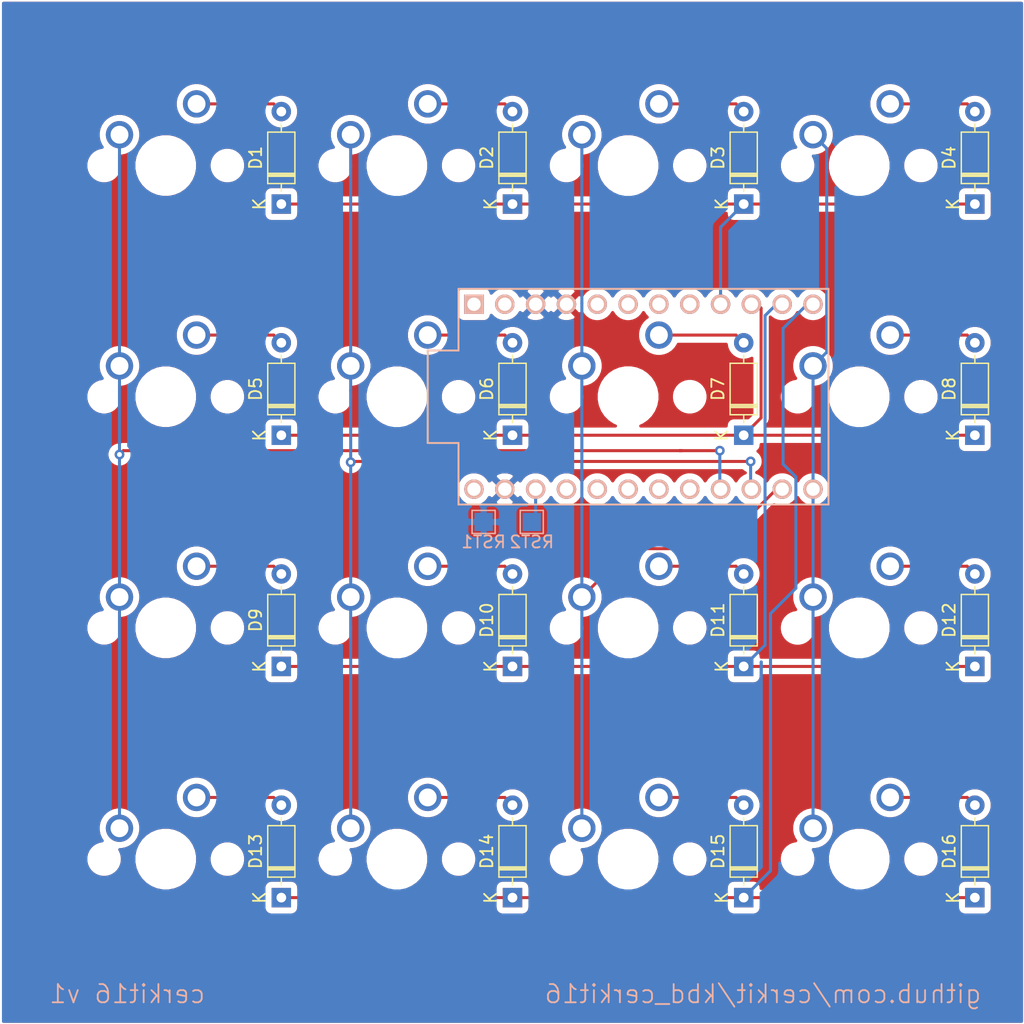
<source format=kicad_pcb>
(kicad_pcb (version 20171130) (host pcbnew "(5.1.6)-1")
  (layers (0 F.Cu signal) (31 B.Cu signal hide) (34 B.Paste user) (35 F.Paste user) (36 B.SilkS user) (37 F.SilkS user) (38 B.Mask user) (39 F.Mask user) (44 Edge.Cuts user))
  (net 0 "")
  (net 1 "Net-(D1-Pad2)")
  (net 2 ROW0)
  (net 3 "Net-(D2-Pad2)")
  (net 4 "Net-(D3-Pad2)")
  (net 5 "Net-(D4-Pad2)")
  (net 6 "Net-(D5-Pad2)")
  (net 7 ROW1)
  (net 8 "Net-(D6-Pad2)")
  (net 9 "Net-(D7-Pad2)")
  (net 10 "Net-(D8-Pad2)")
  (net 11 "Net-(D9-Pad2)")
  (net 12 ROW2)
  (net 13 "Net-(D10-Pad2)")
  (net 14 "Net-(D11-Pad2)")
  (net 15 "Net-(D12-Pad2)")
  (net 16 "Net-(D13-Pad2)")
  (net 17 ROW3)
  (net 18 "Net-(D14-Pad2)")
  (net 19 "Net-(D15-Pad2)")
  (net 20 "Net-(D16-Pad2)")
  (net 21 COL0)
  (net 22 COL1)
  (net 23 COL2)
  (net 24 COL3)
  (net 25 "Net-(U1-Pad20)")
  (net 26 "Net-(U1-Pad19)")
  (net 27 "Net-(U1-Pad18)")
  (net 28 "Net-(U1-Pad17)")
  (net 29 "Net-(U1-Pad8)")
  (net 30 "Net-(U1-Pad7)")
  (net 31 "Net-(U1-Pad6)")
  (net 32 "Net-(U1-Pad5)")
  (net 33 "Net-(U1-Pad2)")
  (net 34 "Net-(U1-Pad1)")
  (net 35 RAW)
  (net 36 GND)
  (net 37 RST)
  (net 38 VCC)
  (module MX_Only:MXOnly-1U-NoLED (layer F.Cu) (at 87.3125 79.375)
    (fp_text reference MX11)
    (fp_text value MX-NoLED)
    (pad 2 thru_hole circle (at 2.54 -5.08) (size 2.25 2.25) (drill 1.47) (layers *.Cu B.Mask) (net 14 "Net-(D11-Pad2)"))
    (pad "" np_thru_hole circle (at 0 0) (size 3.9878 3.9878) (drill 3.9878) (layers *.Cu *.Mask))
    (pad 1 thru_hole circle (at -3.81 -2.54) (size 2.25 2.25) (drill 1.47) (layers *.Cu B.Mask) (net 23 COL2))
    (pad "" np_thru_hole circle (at -5.08 0 48.0996) (size 1.75 1.75) (drill 1.75) (layers *.Cu *.Mask))
    (pad "" np_thru_hole circle (at 5.08 0 48.0996) (size 1.75 1.75) (drill 1.75) (layers *.Cu *.Mask))
  )
  (module TestPoint:TestPoint_Pad_1.5x1.5mm (layer B.Cu) (at 79.375 70.64375)
    (fp_text reference RST2 (at 0 1.648) (layer B.SilkS) (effects (justify mirror)))
    (fp_text value TestPoint_Small hide)
    (fp_line (start -0.95 -0.95) (end -0.95 0.95) (layer B.SilkS) (width 0.12))
    (fp_line (start 0.95 -0.95) (end -0.95 -0.95) (layer B.SilkS) (width 0.12))
    (fp_line (start 0.95 0.95) (end 0.95 -0.95) (layer B.SilkS) (width 0.12))
    (fp_line (start -0.95 0.95) (end 0.95 0.95) (layer B.SilkS) (width 0.12))
    (pad 1 smd rect (at 0 0) (size 1.5 1.5) (layers B.Cu B.Mask) (net 37 RST))
  )
  (module TestPoint:TestPoint_Pad_1.5x1.5mm (layer B.Cu) (at 75.40625 70.64375)
    (fp_text reference RST1 (at 0 1.648) (layer B.SilkS) (effects (justify mirror)))
    (fp_text value TestPoint_Small hide)
    (fp_line (start -0.95 -0.95) (end -0.95 0.95) (layer B.SilkS) (width 0.12))
    (fp_line (start 0.95 -0.95) (end -0.95 -0.95) (layer B.SilkS) (width 0.12))
    (fp_line (start 0.95 0.95) (end 0.95 -0.95) (layer B.SilkS) (width 0.12))
    (fp_line (start -0.95 0.95) (end 0.95 0.95) (layer B.SilkS) (width 0.12))
    (pad 1 smd rect (at 0 0) (size 1.5 1.5) (layers B.Cu B.Mask) (net 36 GND))
  )
  (module promicro:ProMicro (layer B.Cu) (at 88.5825 60.325)
    (fp_text reference U1 hide)
    (fp_text value ProMicro)
    (fp_line (start 15.24 8.89) (end 15.24 -8.89) (layer F.SilkS) (width 0.15))
    (fp_line (start 15.24 -8.89) (end -15.24 -8.89) (layer F.SilkS) (width 0.15))
    (fp_line (start -15.24 -8.89) (end -15.24 -3.81) (layer F.SilkS) (width 0.15))
    (fp_line (start -15.24 -3.81) (end -17.78 -3.81) (layer F.SilkS) (width 0.15))
    (fp_line (start -17.78 -3.81) (end -17.78 3.81) (layer F.SilkS) (width 0.15))
    (fp_line (start -17.78 3.81) (end -15.24 3.81) (layer F.SilkS) (width 0.15))
    (fp_line (start -15.24 3.81) (end -15.24 8.89) (layer F.SilkS) (width 0.15))
    (fp_line (start -15.24 8.89) (end 15.24 8.89) (layer F.SilkS) (width 0.15))
    (fp_line (start -15.24 -8.89) (end 15.24 -8.89) (layer B.SilkS) (width 0.15))
    (fp_line (start -15.24 -8.89) (end -15.24 -3.81) (layer B.SilkS) (width 0.15))
    (fp_line (start -15.24 -3.81) (end -17.78 -3.81) (layer B.SilkS) (width 0.15))
    (fp_line (start -17.78 -3.81) (end -17.78 3.81) (layer B.SilkS) (width 0.15))
    (fp_line (start -17.78 3.81) (end -15.24 3.81) (layer B.SilkS) (width 0.15))
    (fp_line (start -15.24 3.81) (end -15.24 8.89) (layer B.SilkS) (width 0.15))
    (fp_line (start -15.24 8.89) (end 15.24 8.89) (layer B.SilkS) (width 0.15))
    (fp_line (start 15.24 8.89) (end 15.24 -8.89) (layer B.SilkS) (width 0.15))
    (pad 24 thru_hole circle (at -13.97 7.62) (size 1.6 1.6) (drill 1.1) (layers *.Cu *.Mask B.SilkS) (net 35 RAW))
    (pad 23 thru_hole circle (at -11.43 7.62) (size 1.6 1.6) (drill 1.1) (layers *.Cu *.Mask B.SilkS) (net 36 GND))
    (pad 22 thru_hole circle (at -8.89 7.62) (size 1.6 1.6) (drill 1.1) (layers *.Cu *.Mask B.SilkS) (net 37 RST))
    (pad 21 thru_hole circle (at -6.35 7.62) (size 1.6 1.6) (drill 1.1) (layers *.Cu *.Mask B.SilkS) (net 38 VCC))
    (pad 20 thru_hole circle (at -3.81 7.62) (size 1.6 1.6) (drill 1.1) (layers *.Cu *.Mask B.SilkS) (net 25 "Net-(U1-Pad20)"))
    (pad 19 thru_hole circle (at -1.27 7.62) (size 1.6 1.6) (drill 1.1) (layers *.Cu *.Mask B.SilkS) (net 26 "Net-(U1-Pad19)"))
    (pad 18 thru_hole circle (at 1.27 7.62) (size 1.6 1.6) (drill 1.1) (layers *.Cu *.Mask B.SilkS) (net 27 "Net-(U1-Pad18)"))
    (pad 17 thru_hole circle (at 3.81 7.62) (size 1.6 1.6) (drill 1.1) (layers *.Cu *.Mask B.SilkS) (net 28 "Net-(U1-Pad17)"))
    (pad 16 thru_hole circle (at 6.35 7.62) (size 1.6 1.6) (drill 1.1) (layers *.Cu *.Mask B.SilkS) (net 21 COL0))
    (pad 15 thru_hole circle (at 8.89 7.62) (size 1.6 1.6) (drill 1.1) (layers *.Cu *.Mask B.SilkS) (net 22 COL1))
    (pad 14 thru_hole circle (at 11.43 7.62) (size 1.6 1.6) (drill 1.1) (layers *.Cu *.Mask B.SilkS) (net 23 COL2))
    (pad 13 thru_hole circle (at 13.97 7.62) (size 1.6 1.6) (drill 1.1) (layers *.Cu *.Mask B.SilkS) (net 24 COL3))
    (pad 12 thru_hole circle (at 13.97 -7.62) (size 1.6 1.6) (drill 1.1) (layers *.Cu *.Mask B.SilkS) (net 17 ROW3))
    (pad 11 thru_hole circle (at 11.43 -7.62) (size 1.6 1.6) (drill 1.1) (layers *.Cu *.Mask B.SilkS) (net 12 ROW2))
    (pad 10 thru_hole circle (at 8.89 -7.62) (size 1.6 1.6) (drill 1.1) (layers *.Cu *.Mask B.SilkS) (net 7 ROW1))
    (pad 9 thru_hole circle (at 6.35 -7.62) (size 1.6 1.6) (drill 1.1) (layers *.Cu *.Mask B.SilkS) (net 2 ROW0))
    (pad 8 thru_hole circle (at 3.81 -7.62) (size 1.6 1.6) (drill 1.1) (layers *.Cu *.Mask B.SilkS) (net 29 "Net-(U1-Pad8)"))
    (pad 7 thru_hole circle (at 1.27 -7.62) (size 1.6 1.6) (drill 1.1) (layers *.Cu *.Mask B.SilkS) (net 30 "Net-(U1-Pad7)"))
    (pad 6 thru_hole circle (at -1.27 -7.62) (size 1.6 1.6) (drill 1.1) (layers *.Cu *.Mask B.SilkS) (net 31 "Net-(U1-Pad6)"))
    (pad 5 thru_hole circle (at -3.81 -7.62) (size 1.6 1.6) (drill 1.1) (layers *.Cu *.Mask B.SilkS) (net 32 "Net-(U1-Pad5)"))
    (pad 4 thru_hole circle (at -6.35 -7.62) (size 1.6 1.6) (drill 1.1) (layers *.Cu *.Mask B.SilkS) (net 36 GND))
    (pad 3 thru_hole circle (at -8.89 -7.62) (size 1.6 1.6) (drill 1.1) (layers *.Cu *.Mask B.SilkS) (net 36 GND))
    (pad 2 thru_hole circle (at -11.43 -7.62) (size 1.6 1.6) (drill 1.1) (layers *.Cu *.Mask B.SilkS) (net 33 "Net-(U1-Pad2)"))
    (pad 1 thru_hole rect (at -13.97 -7.62) (size 1.6 1.6) (drill 1.1) (layers *.Cu *.Mask B.SilkS) (net 34 "Net-(U1-Pad1)"))
  )
  (module MX_Only:MXOnly-1U-NoLED (layer F.Cu) (at 106.3625 98.425)
    (fp_text reference MX16)
    (fp_text value MX-NoLED)
    (pad 2 thru_hole circle (at 2.54 -5.08) (size 2.25 2.25) (drill 1.47) (layers *.Cu B.Mask) (net 20 "Net-(D16-Pad2)"))
    (pad "" np_thru_hole circle (at 0 0) (size 3.9878 3.9878) (drill 3.9878) (layers *.Cu *.Mask))
    (pad 1 thru_hole circle (at -3.81 -2.54) (size 2.25 2.25) (drill 1.47) (layers *.Cu B.Mask) (net 24 COL3))
    (pad "" np_thru_hole circle (at -5.08 0 48.0996) (size 1.75 1.75) (drill 1.75) (layers *.Cu *.Mask))
    (pad "" np_thru_hole circle (at 5.08 0 48.0996) (size 1.75 1.75) (drill 1.75) (layers *.Cu *.Mask))
  )
  (module MX_Only:MXOnly-1U-NoLED (layer F.Cu) (at 87.3125 98.425)
    (fp_text reference MX15)
    (fp_text value MX-NoLED)
    (pad 2 thru_hole circle (at 2.54 -5.08) (size 2.25 2.25) (drill 1.47) (layers *.Cu B.Mask) (net 19 "Net-(D15-Pad2)"))
    (pad "" np_thru_hole circle (at 0 0) (size 3.9878 3.9878) (drill 3.9878) (layers *.Cu *.Mask))
    (pad 1 thru_hole circle (at -3.81 -2.54) (size 2.25 2.25) (drill 1.47) (layers *.Cu B.Mask) (net 23 COL2))
    (pad "" np_thru_hole circle (at -5.08 0 48.0996) (size 1.75 1.75) (drill 1.75) (layers *.Cu *.Mask))
    (pad "" np_thru_hole circle (at 5.08 0 48.0996) (size 1.75 1.75) (drill 1.75) (layers *.Cu *.Mask))
  )
  (module MX_Only:MXOnly-1U-NoLED (layer F.Cu) (at 68.2625 98.425)
    (fp_text reference MX14)
    (fp_text value MX-NoLED)
    (pad 2 thru_hole circle (at 2.54 -5.08) (size 2.25 2.25) (drill 1.47) (layers *.Cu B.Mask) (net 18 "Net-(D14-Pad2)"))
    (pad "" np_thru_hole circle (at 0 0) (size 3.9878 3.9878) (drill 3.9878) (layers *.Cu *.Mask))
    (pad 1 thru_hole circle (at -3.81 -2.54) (size 2.25 2.25) (drill 1.47) (layers *.Cu B.Mask) (net 22 COL1))
    (pad "" np_thru_hole circle (at -5.08 0 48.0996) (size 1.75 1.75) (drill 1.75) (layers *.Cu *.Mask))
    (pad "" np_thru_hole circle (at 5.08 0 48.0996) (size 1.75 1.75) (drill 1.75) (layers *.Cu *.Mask))
  )
  (module MX_Only:MXOnly-1U-NoLED (layer F.Cu) (at 49.2125 98.425)
    (fp_text reference MX13)
    (fp_text value MX-NoLED)
    (pad 2 thru_hole circle (at 2.54 -5.08) (size 2.25 2.25) (drill 1.47) (layers *.Cu B.Mask) (net 16 "Net-(D13-Pad2)"))
    (pad "" np_thru_hole circle (at 0 0) (size 3.9878 3.9878) (drill 3.9878) (layers *.Cu *.Mask))
    (pad 1 thru_hole circle (at -3.81 -2.54) (size 2.25 2.25) (drill 1.47) (layers *.Cu B.Mask) (net 21 COL0))
    (pad "" np_thru_hole circle (at -5.08 0 48.0996) (size 1.75 1.75) (drill 1.75) (layers *.Cu *.Mask))
    (pad "" np_thru_hole circle (at 5.08 0 48.0996) (size 1.75 1.75) (drill 1.75) (layers *.Cu *.Mask))
  )
  (module MX_Only:MXOnly-1U-NoLED (layer F.Cu) (at 106.3625 79.375)
    (fp_text reference MX12)
    (fp_text value MX-NoLED)
    (pad 2 thru_hole circle (at 2.54 -5.08) (size 2.25 2.25) (drill 1.47) (layers *.Cu B.Mask) (net 15 "Net-(D12-Pad2)"))
    (pad "" np_thru_hole circle (at 0 0) (size 3.9878 3.9878) (drill 3.9878) (layers *.Cu *.Mask))
    (pad 1 thru_hole circle (at -3.81 -2.54) (size 2.25 2.25) (drill 1.47) (layers *.Cu B.Mask) (net 24 COL3))
    (pad "" np_thru_hole circle (at -5.08 0 48.0996) (size 1.75 1.75) (drill 1.75) (layers *.Cu *.Mask))
    (pad "" np_thru_hole circle (at 5.08 0 48.0996) (size 1.75 1.75) (drill 1.75) (layers *.Cu *.Mask))
  )
  (module MX_Only:MXOnly-1U-NoLED (layer F.Cu) (at 68.2625 79.375)
    (fp_text reference MX10)
    (fp_text value MX-NoLED)
    (pad 2 thru_hole circle (at 2.54 -5.08) (size 2.25 2.25) (drill 1.47) (layers *.Cu B.Mask) (net 13 "Net-(D10-Pad2)"))
    (pad "" np_thru_hole circle (at 0 0) (size 3.9878 3.9878) (drill 3.9878) (layers *.Cu *.Mask))
    (pad 1 thru_hole circle (at -3.81 -2.54) (size 2.25 2.25) (drill 1.47) (layers *.Cu B.Mask) (net 22 COL1))
    (pad "" np_thru_hole circle (at -5.08 0 48.0996) (size 1.75 1.75) (drill 1.75) (layers *.Cu *.Mask))
    (pad "" np_thru_hole circle (at 5.08 0 48.0996) (size 1.75 1.75) (drill 1.75) (layers *.Cu *.Mask))
  )
  (module MX_Only:MXOnly-1U-NoLED (layer F.Cu) (at 49.2125 79.375)
    (fp_text reference MX9)
    (fp_text value MX-NoLED)
    (pad 2 thru_hole circle (at 2.54 -5.08) (size 2.25 2.25) (drill 1.47) (layers *.Cu B.Mask) (net 11 "Net-(D9-Pad2)"))
    (pad "" np_thru_hole circle (at 0 0) (size 3.9878 3.9878) (drill 3.9878) (layers *.Cu *.Mask))
    (pad 1 thru_hole circle (at -3.81 -2.54) (size 2.25 2.25) (drill 1.47) (layers *.Cu B.Mask) (net 21 COL0))
    (pad "" np_thru_hole circle (at -5.08 0 48.0996) (size 1.75 1.75) (drill 1.75) (layers *.Cu *.Mask))
    (pad "" np_thru_hole circle (at 5.08 0 48.0996) (size 1.75 1.75) (drill 1.75) (layers *.Cu *.Mask))
  )
  (module MX_Only:MXOnly-1U-NoLED (layer F.Cu) (at 106.3625 60.325)
    (fp_text reference MX8)
    (fp_text value MX-NoLED)
    (pad 2 thru_hole circle (at 2.54 -5.08) (size 2.25 2.25) (drill 1.47) (layers *.Cu B.Mask) (net 10 "Net-(D8-Pad2)"))
    (pad "" np_thru_hole circle (at 0 0) (size 3.9878 3.9878) (drill 3.9878) (layers *.Cu *.Mask))
    (pad 1 thru_hole circle (at -3.81 -2.54) (size 2.25 2.25) (drill 1.47) (layers *.Cu B.Mask) (net 24 COL3))
    (pad "" np_thru_hole circle (at -5.08 0 48.0996) (size 1.75 1.75) (drill 1.75) (layers *.Cu *.Mask))
    (pad "" np_thru_hole circle (at 5.08 0 48.0996) (size 1.75 1.75) (drill 1.75) (layers *.Cu *.Mask))
  )
  (module MX_Only:MXOnly-1U-NoLED (layer F.Cu) (at 87.3125 60.325)
    (fp_text reference MX7)
    (fp_text value MX-NoLED)
    (pad 2 thru_hole circle (at 2.54 -5.08) (size 2.25 2.25) (drill 1.47) (layers *.Cu B.Mask) (net 9 "Net-(D7-Pad2)"))
    (pad "" np_thru_hole circle (at 0 0) (size 3.9878 3.9878) (drill 3.9878) (layers *.Cu *.Mask))
    (pad 1 thru_hole circle (at -3.81 -2.54) (size 2.25 2.25) (drill 1.47) (layers *.Cu B.Mask) (net 23 COL2))
    (pad "" np_thru_hole circle (at -5.08 0 48.0996) (size 1.75 1.75) (drill 1.75) (layers *.Cu *.Mask))
    (pad "" np_thru_hole circle (at 5.08 0 48.0996) (size 1.75 1.75) (drill 1.75) (layers *.Cu *.Mask))
  )
  (module MX_Only:MXOnly-1U-NoLED (layer F.Cu) (at 68.2625 60.325)
    (fp_text reference MX6)
    (fp_text value MX-NoLED)
    (pad 2 thru_hole circle (at 2.54 -5.08) (size 2.25 2.25) (drill 1.47) (layers *.Cu B.Mask) (net 8 "Net-(D6-Pad2)"))
    (pad "" np_thru_hole circle (at 0 0) (size 3.9878 3.9878) (drill 3.9878) (layers *.Cu *.Mask))
    (pad 1 thru_hole circle (at -3.81 -2.54) (size 2.25 2.25) (drill 1.47) (layers *.Cu B.Mask) (net 22 COL1))
    (pad "" np_thru_hole circle (at -5.08 0 48.0996) (size 1.75 1.75) (drill 1.75) (layers *.Cu *.Mask))
    (pad "" np_thru_hole circle (at 5.08 0 48.0996) (size 1.75 1.75) (drill 1.75) (layers *.Cu *.Mask))
  )
  (module MX_Only:MXOnly-1U-NoLED (layer F.Cu) (at 49.2125 60.325)
    (fp_text reference MX5)
    (fp_text value MX-NoLED)
    (pad 2 thru_hole circle (at 2.54 -5.08) (size 2.25 2.25) (drill 1.47) (layers *.Cu B.Mask) (net 6 "Net-(D5-Pad2)"))
    (pad "" np_thru_hole circle (at 0 0) (size 3.9878 3.9878) (drill 3.9878) (layers *.Cu *.Mask))
    (pad 1 thru_hole circle (at -3.81 -2.54) (size 2.25 2.25) (drill 1.47) (layers *.Cu B.Mask) (net 21 COL0))
    (pad "" np_thru_hole circle (at -5.08 0 48.0996) (size 1.75 1.75) (drill 1.75) (layers *.Cu *.Mask))
    (pad "" np_thru_hole circle (at 5.08 0 48.0996) (size 1.75 1.75) (drill 1.75) (layers *.Cu *.Mask))
  )
  (module MX_Only:MXOnly-1U-NoLED (layer F.Cu) (at 106.3625 41.275)
    (fp_text reference MX4)
    (fp_text value MX-NoLED)
    (pad 2 thru_hole circle (at 2.54 -5.08) (size 2.25 2.25) (drill 1.47) (layers *.Cu B.Mask) (net 5 "Net-(D4-Pad2)"))
    (pad "" np_thru_hole circle (at 0 0) (size 3.9878 3.9878) (drill 3.9878) (layers *.Cu *.Mask))
    (pad 1 thru_hole circle (at -3.81 -2.54) (size 2.25 2.25) (drill 1.47) (layers *.Cu B.Mask) (net 24 COL3))
    (pad "" np_thru_hole circle (at -5.08 0 48.0996) (size 1.75 1.75) (drill 1.75) (layers *.Cu *.Mask))
    (pad "" np_thru_hole circle (at 5.08 0 48.0996) (size 1.75 1.75) (drill 1.75) (layers *.Cu *.Mask))
  )
  (module MX_Only:MXOnly-1U-NoLED (layer F.Cu) (at 87.3125 41.275)
    (fp_text reference MX3)
    (fp_text value MX-NoLED)
    (pad 2 thru_hole circle (at 2.54 -5.08) (size 2.25 2.25) (drill 1.47) (layers *.Cu B.Mask) (net 4 "Net-(D3-Pad2)"))
    (pad "" np_thru_hole circle (at 0 0) (size 3.9878 3.9878) (drill 3.9878) (layers *.Cu *.Mask))
    (pad 1 thru_hole circle (at -3.81 -2.54) (size 2.25 2.25) (drill 1.47) (layers *.Cu B.Mask) (net 23 COL2))
    (pad "" np_thru_hole circle (at -5.08 0 48.0996) (size 1.75 1.75) (drill 1.75) (layers *.Cu *.Mask))
    (pad "" np_thru_hole circle (at 5.08 0 48.0996) (size 1.75 1.75) (drill 1.75) (layers *.Cu *.Mask))
  )
  (module MX_Only:MXOnly-1U-NoLED (layer F.Cu) (at 68.2625 41.275)
    (fp_text reference MX2)
    (fp_text value MX-NoLED)
    (pad 2 thru_hole circle (at 2.54 -5.08) (size 2.25 2.25) (drill 1.47) (layers *.Cu B.Mask) (net 3 "Net-(D2-Pad2)"))
    (pad "" np_thru_hole circle (at 0 0) (size 3.9878 3.9878) (drill 3.9878) (layers *.Cu *.Mask))
    (pad 1 thru_hole circle (at -3.81 -2.54) (size 2.25 2.25) (drill 1.47) (layers *.Cu B.Mask) (net 22 COL1))
    (pad "" np_thru_hole circle (at -5.08 0 48.0996) (size 1.75 1.75) (drill 1.75) (layers *.Cu *.Mask))
    (pad "" np_thru_hole circle (at 5.08 0 48.0996) (size 1.75 1.75) (drill 1.75) (layers *.Cu *.Mask))
  )
  (module MX_Only:MXOnly-1U-NoLED (layer F.Cu) (at 49.2125 41.275)
    (fp_text reference MX1)
    (fp_text value MX-NoLED)
    (pad 2 thru_hole circle (at 2.54 -5.08) (size 2.25 2.25) (drill 1.47) (layers *.Cu B.Mask) (net 1 "Net-(D1-Pad2)"))
    (pad "" np_thru_hole circle (at 0 0) (size 3.9878 3.9878) (drill 3.9878) (layers *.Cu *.Mask))
    (pad 1 thru_hole circle (at -3.81 -2.54) (size 2.25 2.25) (drill 1.47) (layers *.Cu B.Mask) (net 21 COL0))
    (pad "" np_thru_hole circle (at -5.08 0 48.0996) (size 1.75 1.75) (drill 1.75) (layers *.Cu *.Mask))
    (pad "" np_thru_hole circle (at 5.08 0 48.0996) (size 1.75 1.75) (drill 1.75) (layers *.Cu *.Mask))
  )
  (module Diode_THT:D_DO-35_SOD27_P7.62mm_Horizontal (layer F.Cu) (at 115.8875 101.6 90)
    (fp_text reference D16 (at 3.81 -2.12 90) (layer F.SilkS))
    (fp_text value 1N4148)
    (fp_line (start 1.69 -1.12) (end 1.69 1.12) (layer F.SilkS) (width 0.12))
    (fp_line (start 1.69 1.12) (end 5.93 1.12) (layer F.SilkS) (width 0.12))
    (fp_line (start 5.93 1.12) (end 5.93 -1.12) (layer F.SilkS) (width 0.12))
    (fp_line (start 5.93 -1.12) (end 1.69 -1.12) (layer F.SilkS) (width 0.12))
    (fp_line (start 1.04 0) (end 1.69 0) (layer F.SilkS) (width 0.12))
    (fp_line (start 6.58 0) (end 5.93 0) (layer F.SilkS) (width 0.12))
    (fp_line (start 2.41 -1.12) (end 2.41 1.12) (layer F.SilkS) (width 0.12))
    (fp_line (start 2.53 -1.12) (end 2.53 1.12) (layer F.SilkS) (width 0.12))
    (fp_line (start 2.29 -1.12) (end 2.29 1.12) (layer F.SilkS) (width 0.12))
    (fp_text user K (at 0 -1.8 90) (layer F.SilkS))
    (pad 2 thru_hole oval (at 7.62 0 90) (size 1.6 1.6) (drill 0.8) (layers *.Cu *.Mask) (net 20 "Net-(D16-Pad2)"))
    (pad 1 thru_hole rect (at 0 0 90) (size 1.6 1.6) (drill 0.8) (layers *.Cu *.Mask) (net 17 ROW3))
  )
  (module Diode_THT:D_DO-35_SOD27_P7.62mm_Horizontal (layer F.Cu) (at 96.8375 101.6 90)
    (fp_text reference D15 (at 3.81 -2.12 90) (layer F.SilkS))
    (fp_text value 1N4148)
    (fp_line (start 1.69 -1.12) (end 1.69 1.12) (layer F.SilkS) (width 0.12))
    (fp_line (start 1.69 1.12) (end 5.93 1.12) (layer F.SilkS) (width 0.12))
    (fp_line (start 5.93 1.12) (end 5.93 -1.12) (layer F.SilkS) (width 0.12))
    (fp_line (start 5.93 -1.12) (end 1.69 -1.12) (layer F.SilkS) (width 0.12))
    (fp_line (start 1.04 0) (end 1.69 0) (layer F.SilkS) (width 0.12))
    (fp_line (start 6.58 0) (end 5.93 0) (layer F.SilkS) (width 0.12))
    (fp_line (start 2.41 -1.12) (end 2.41 1.12) (layer F.SilkS) (width 0.12))
    (fp_line (start 2.53 -1.12) (end 2.53 1.12) (layer F.SilkS) (width 0.12))
    (fp_line (start 2.29 -1.12) (end 2.29 1.12) (layer F.SilkS) (width 0.12))
    (fp_text user K (at 0 -1.8 90) (layer F.SilkS))
    (pad 2 thru_hole oval (at 7.62 0 90) (size 1.6 1.6) (drill 0.8) (layers *.Cu *.Mask) (net 19 "Net-(D15-Pad2)"))
    (pad 1 thru_hole rect (at 0 0 90) (size 1.6 1.6) (drill 0.8) (layers *.Cu *.Mask) (net 17 ROW3))
  )
  (module Diode_THT:D_DO-35_SOD27_P7.62mm_Horizontal (layer F.Cu) (at 77.7875 101.6 90)
    (fp_text reference D14 (at 3.81 -2.12 90) (layer F.SilkS))
    (fp_text value 1N4148)
    (fp_line (start 1.69 -1.12) (end 1.69 1.12) (layer F.SilkS) (width 0.12))
    (fp_line (start 1.69 1.12) (end 5.93 1.12) (layer F.SilkS) (width 0.12))
    (fp_line (start 5.93 1.12) (end 5.93 -1.12) (layer F.SilkS) (width 0.12))
    (fp_line (start 5.93 -1.12) (end 1.69 -1.12) (layer F.SilkS) (width 0.12))
    (fp_line (start 1.04 0) (end 1.69 0) (layer F.SilkS) (width 0.12))
    (fp_line (start 6.58 0) (end 5.93 0) (layer F.SilkS) (width 0.12))
    (fp_line (start 2.41 -1.12) (end 2.41 1.12) (layer F.SilkS) (width 0.12))
    (fp_line (start 2.53 -1.12) (end 2.53 1.12) (layer F.SilkS) (width 0.12))
    (fp_line (start 2.29 -1.12) (end 2.29 1.12) (layer F.SilkS) (width 0.12))
    (fp_text user K (at 0 -1.8 90) (layer F.SilkS))
    (pad 2 thru_hole oval (at 7.62 0 90) (size 1.6 1.6) (drill 0.8) (layers *.Cu *.Mask) (net 18 "Net-(D14-Pad2)"))
    (pad 1 thru_hole rect (at 0 0 90) (size 1.6 1.6) (drill 0.8) (layers *.Cu *.Mask) (net 17 ROW3))
  )
  (module Diode_THT:D_DO-35_SOD27_P7.62mm_Horizontal (layer F.Cu) (at 58.7375 101.6 90)
    (fp_text reference D13 (at 3.81 -2.12 90) (layer F.SilkS))
    (fp_text value 1N4148)
    (fp_line (start 1.69 -1.12) (end 1.69 1.12) (layer F.SilkS) (width 0.12))
    (fp_line (start 1.69 1.12) (end 5.93 1.12) (layer F.SilkS) (width 0.12))
    (fp_line (start 5.93 1.12) (end 5.93 -1.12) (layer F.SilkS) (width 0.12))
    (fp_line (start 5.93 -1.12) (end 1.69 -1.12) (layer F.SilkS) (width 0.12))
    (fp_line (start 1.04 0) (end 1.69 0) (layer F.SilkS) (width 0.12))
    (fp_line (start 6.58 0) (end 5.93 0) (layer F.SilkS) (width 0.12))
    (fp_line (start 2.41 -1.12) (end 2.41 1.12) (layer F.SilkS) (width 0.12))
    (fp_line (start 2.53 -1.12) (end 2.53 1.12) (layer F.SilkS) (width 0.12))
    (fp_line (start 2.29 -1.12) (end 2.29 1.12) (layer F.SilkS) (width 0.12))
    (fp_text user K (at 0 -1.8 90) (layer F.SilkS))
    (pad 2 thru_hole oval (at 7.62 0 90) (size 1.6 1.6) (drill 0.8) (layers *.Cu *.Mask) (net 16 "Net-(D13-Pad2)"))
    (pad 1 thru_hole rect (at 0 0 90) (size 1.6 1.6) (drill 0.8) (layers *.Cu *.Mask) (net 17 ROW3))
  )
  (module Diode_THT:D_DO-35_SOD27_P7.62mm_Horizontal (layer F.Cu) (at 115.8875 82.55 90)
    (fp_text reference D12 (at 3.81 -2.12 90) (layer F.SilkS))
    (fp_text value 1N4148)
    (fp_line (start 1.69 -1.12) (end 1.69 1.12) (layer F.SilkS) (width 0.12))
    (fp_line (start 1.69 1.12) (end 5.93 1.12) (layer F.SilkS) (width 0.12))
    (fp_line (start 5.93 1.12) (end 5.93 -1.12) (layer F.SilkS) (width 0.12))
    (fp_line (start 5.93 -1.12) (end 1.69 -1.12) (layer F.SilkS) (width 0.12))
    (fp_line (start 1.04 0) (end 1.69 0) (layer F.SilkS) (width 0.12))
    (fp_line (start 6.58 0) (end 5.93 0) (layer F.SilkS) (width 0.12))
    (fp_line (start 2.41 -1.12) (end 2.41 1.12) (layer F.SilkS) (width 0.12))
    (fp_line (start 2.53 -1.12) (end 2.53 1.12) (layer F.SilkS) (width 0.12))
    (fp_line (start 2.29 -1.12) (end 2.29 1.12) (layer F.SilkS) (width 0.12))
    (fp_text user K (at 0 -1.8 90) (layer F.SilkS))
    (pad 2 thru_hole oval (at 7.62 0 90) (size 1.6 1.6) (drill 0.8) (layers *.Cu *.Mask) (net 15 "Net-(D12-Pad2)"))
    (pad 1 thru_hole rect (at 0 0 90) (size 1.6 1.6) (drill 0.8) (layers *.Cu *.Mask) (net 12 ROW2))
  )
  (module Diode_THT:D_DO-35_SOD27_P7.62mm_Horizontal (layer F.Cu) (at 96.8375 82.55 90)
    (fp_text reference D11 (at 3.81 -2.12 90) (layer F.SilkS))
    (fp_text value 1N4148)
    (fp_line (start 1.69 -1.12) (end 1.69 1.12) (layer F.SilkS) (width 0.12))
    (fp_line (start 1.69 1.12) (end 5.93 1.12) (layer F.SilkS) (width 0.12))
    (fp_line (start 5.93 1.12) (end 5.93 -1.12) (layer F.SilkS) (width 0.12))
    (fp_line (start 5.93 -1.12) (end 1.69 -1.12) (layer F.SilkS) (width 0.12))
    (fp_line (start 1.04 0) (end 1.69 0) (layer F.SilkS) (width 0.12))
    (fp_line (start 6.58 0) (end 5.93 0) (layer F.SilkS) (width 0.12))
    (fp_line (start 2.41 -1.12) (end 2.41 1.12) (layer F.SilkS) (width 0.12))
    (fp_line (start 2.53 -1.12) (end 2.53 1.12) (layer F.SilkS) (width 0.12))
    (fp_line (start 2.29 -1.12) (end 2.29 1.12) (layer F.SilkS) (width 0.12))
    (fp_text user K (at 0 -1.8 90) (layer F.SilkS))
    (pad 2 thru_hole oval (at 7.62 0 90) (size 1.6 1.6) (drill 0.8) (layers *.Cu *.Mask) (net 14 "Net-(D11-Pad2)"))
    (pad 1 thru_hole rect (at 0 0 90) (size 1.6 1.6) (drill 0.8) (layers *.Cu *.Mask) (net 12 ROW2))
  )
  (module Diode_THT:D_DO-35_SOD27_P7.62mm_Horizontal (layer F.Cu) (at 77.7875 82.55 90)
    (fp_text reference D10 (at 3.81 -2.12 90) (layer F.SilkS))
    (fp_text value 1N4148)
    (fp_line (start 1.69 -1.12) (end 1.69 1.12) (layer F.SilkS) (width 0.12))
    (fp_line (start 1.69 1.12) (end 5.93 1.12) (layer F.SilkS) (width 0.12))
    (fp_line (start 5.93 1.12) (end 5.93 -1.12) (layer F.SilkS) (width 0.12))
    (fp_line (start 5.93 -1.12) (end 1.69 -1.12) (layer F.SilkS) (width 0.12))
    (fp_line (start 1.04 0) (end 1.69 0) (layer F.SilkS) (width 0.12))
    (fp_line (start 6.58 0) (end 5.93 0) (layer F.SilkS) (width 0.12))
    (fp_line (start 2.41 -1.12) (end 2.41 1.12) (layer F.SilkS) (width 0.12))
    (fp_line (start 2.53 -1.12) (end 2.53 1.12) (layer F.SilkS) (width 0.12))
    (fp_line (start 2.29 -1.12) (end 2.29 1.12) (layer F.SilkS) (width 0.12))
    (fp_text user K (at 0 -1.8 90) (layer F.SilkS))
    (pad 2 thru_hole oval (at 7.62 0 90) (size 1.6 1.6) (drill 0.8) (layers *.Cu *.Mask) (net 13 "Net-(D10-Pad2)"))
    (pad 1 thru_hole rect (at 0 0 90) (size 1.6 1.6) (drill 0.8) (layers *.Cu *.Mask) (net 12 ROW2))
  )
  (module Diode_THT:D_DO-35_SOD27_P7.62mm_Horizontal (layer F.Cu) (at 58.7375 82.55 90)
    (fp_text reference D9 (at 3.81 -2.12 90) (layer F.SilkS))
    (fp_text value 1N4148)
    (fp_line (start 1.69 -1.12) (end 1.69 1.12) (layer F.SilkS) (width 0.12))
    (fp_line (start 1.69 1.12) (end 5.93 1.12) (layer F.SilkS) (width 0.12))
    (fp_line (start 5.93 1.12) (end 5.93 -1.12) (layer F.SilkS) (width 0.12))
    (fp_line (start 5.93 -1.12) (end 1.69 -1.12) (layer F.SilkS) (width 0.12))
    (fp_line (start 1.04 0) (end 1.69 0) (layer F.SilkS) (width 0.12))
    (fp_line (start 6.58 0) (end 5.93 0) (layer F.SilkS) (width 0.12))
    (fp_line (start 2.41 -1.12) (end 2.41 1.12) (layer F.SilkS) (width 0.12))
    (fp_line (start 2.53 -1.12) (end 2.53 1.12) (layer F.SilkS) (width 0.12))
    (fp_line (start 2.29 -1.12) (end 2.29 1.12) (layer F.SilkS) (width 0.12))
    (fp_text user K (at 0 -1.8 90) (layer F.SilkS))
    (pad 2 thru_hole oval (at 7.62 0 90) (size 1.6 1.6) (drill 0.8) (layers *.Cu *.Mask) (net 11 "Net-(D9-Pad2)"))
    (pad 1 thru_hole rect (at 0 0 90) (size 1.6 1.6) (drill 0.8) (layers *.Cu *.Mask) (net 12 ROW2))
  )
  (module Diode_THT:D_DO-35_SOD27_P7.62mm_Horizontal (layer F.Cu) (at 115.8875 63.5 90)
    (fp_text reference D8 (at 3.81 -2.12 90) (layer F.SilkS))
    (fp_text value 1N4148)
    (fp_line (start 1.69 -1.12) (end 1.69 1.12) (layer F.SilkS) (width 0.12))
    (fp_line (start 1.69 1.12) (end 5.93 1.12) (layer F.SilkS) (width 0.12))
    (fp_line (start 5.93 1.12) (end 5.93 -1.12) (layer F.SilkS) (width 0.12))
    (fp_line (start 5.93 -1.12) (end 1.69 -1.12) (layer F.SilkS) (width 0.12))
    (fp_line (start 1.04 0) (end 1.69 0) (layer F.SilkS) (width 0.12))
    (fp_line (start 6.58 0) (end 5.93 0) (layer F.SilkS) (width 0.12))
    (fp_line (start 2.41 -1.12) (end 2.41 1.12) (layer F.SilkS) (width 0.12))
    (fp_line (start 2.53 -1.12) (end 2.53 1.12) (layer F.SilkS) (width 0.12))
    (fp_line (start 2.29 -1.12) (end 2.29 1.12) (layer F.SilkS) (width 0.12))
    (fp_text user K (at 0 -1.8 90) (layer F.SilkS))
    (pad 2 thru_hole oval (at 7.62 0 90) (size 1.6 1.6) (drill 0.8) (layers *.Cu *.Mask) (net 10 "Net-(D8-Pad2)"))
    (pad 1 thru_hole rect (at 0 0 90) (size 1.6 1.6) (drill 0.8) (layers *.Cu *.Mask) (net 7 ROW1))
  )
  (module Diode_THT:D_DO-35_SOD27_P7.62mm_Horizontal (layer F.Cu) (at 96.8375 63.5 90)
    (fp_text reference D7 (at 3.81 -2.12 90) (layer F.SilkS))
    (fp_text value 1N4148)
    (fp_line (start 1.69 -1.12) (end 1.69 1.12) (layer F.SilkS) (width 0.12))
    (fp_line (start 1.69 1.12) (end 5.93 1.12) (layer F.SilkS) (width 0.12))
    (fp_line (start 5.93 1.12) (end 5.93 -1.12) (layer F.SilkS) (width 0.12))
    (fp_line (start 5.93 -1.12) (end 1.69 -1.12) (layer F.SilkS) (width 0.12))
    (fp_line (start 1.04 0) (end 1.69 0) (layer F.SilkS) (width 0.12))
    (fp_line (start 6.58 0) (end 5.93 0) (layer F.SilkS) (width 0.12))
    (fp_line (start 2.41 -1.12) (end 2.41 1.12) (layer F.SilkS) (width 0.12))
    (fp_line (start 2.53 -1.12) (end 2.53 1.12) (layer F.SilkS) (width 0.12))
    (fp_line (start 2.29 -1.12) (end 2.29 1.12) (layer F.SilkS) (width 0.12))
    (fp_text user K (at 0 -1.8 90) (layer F.SilkS))
    (pad 2 thru_hole oval (at 7.62 0 90) (size 1.6 1.6) (drill 0.8) (layers *.Cu *.Mask) (net 9 "Net-(D7-Pad2)"))
    (pad 1 thru_hole rect (at 0 0 90) (size 1.6 1.6) (drill 0.8) (layers *.Cu *.Mask) (net 7 ROW1))
  )
  (module Diode_THT:D_DO-35_SOD27_P7.62mm_Horizontal (layer F.Cu) (at 77.7875 63.5 90)
    (fp_text reference D6 (at 3.81 -2.12 90) (layer F.SilkS))
    (fp_text value 1N4148)
    (fp_line (start 1.69 -1.12) (end 1.69 1.12) (layer F.SilkS) (width 0.12))
    (fp_line (start 1.69 1.12) (end 5.93 1.12) (layer F.SilkS) (width 0.12))
    (fp_line (start 5.93 1.12) (end 5.93 -1.12) (layer F.SilkS) (width 0.12))
    (fp_line (start 5.93 -1.12) (end 1.69 -1.12) (layer F.SilkS) (width 0.12))
    (fp_line (start 1.04 0) (end 1.69 0) (layer F.SilkS) (width 0.12))
    (fp_line (start 6.58 0) (end 5.93 0) (layer F.SilkS) (width 0.12))
    (fp_line (start 2.41 -1.12) (end 2.41 1.12) (layer F.SilkS) (width 0.12))
    (fp_line (start 2.53 -1.12) (end 2.53 1.12) (layer F.SilkS) (width 0.12))
    (fp_line (start 2.29 -1.12) (end 2.29 1.12) (layer F.SilkS) (width 0.12))
    (fp_text user K (at 0 -1.8 90) (layer F.SilkS))
    (pad 2 thru_hole oval (at 7.62 0 90) (size 1.6 1.6) (drill 0.8) (layers *.Cu *.Mask) (net 8 "Net-(D6-Pad2)"))
    (pad 1 thru_hole rect (at 0 0 90) (size 1.6 1.6) (drill 0.8) (layers *.Cu *.Mask) (net 7 ROW1))
  )
  (module Diode_THT:D_DO-35_SOD27_P7.62mm_Horizontal (layer F.Cu) (at 58.7375 63.5 90)
    (fp_text reference D5 (at 3.81 -2.12 90) (layer F.SilkS))
    (fp_text value 1N4148)
    (fp_line (start 1.69 -1.12) (end 1.69 1.12) (layer F.SilkS) (width 0.12))
    (fp_line (start 1.69 1.12) (end 5.93 1.12) (layer F.SilkS) (width 0.12))
    (fp_line (start 5.93 1.12) (end 5.93 -1.12) (layer F.SilkS) (width 0.12))
    (fp_line (start 5.93 -1.12) (end 1.69 -1.12) (layer F.SilkS) (width 0.12))
    (fp_line (start 1.04 0) (end 1.69 0) (layer F.SilkS) (width 0.12))
    (fp_line (start 6.58 0) (end 5.93 0) (layer F.SilkS) (width 0.12))
    (fp_line (start 2.41 -1.12) (end 2.41 1.12) (layer F.SilkS) (width 0.12))
    (fp_line (start 2.53 -1.12) (end 2.53 1.12) (layer F.SilkS) (width 0.12))
    (fp_line (start 2.29 -1.12) (end 2.29 1.12) (layer F.SilkS) (width 0.12))
    (fp_text user K (at 0 -1.8 90) (layer F.SilkS))
    (pad 2 thru_hole oval (at 7.62 0 90) (size 1.6 1.6) (drill 0.8) (layers *.Cu *.Mask) (net 6 "Net-(D5-Pad2)"))
    (pad 1 thru_hole rect (at 0 0 90) (size 1.6 1.6) (drill 0.8) (layers *.Cu *.Mask) (net 7 ROW1))
  )
  (module Diode_THT:D_DO-35_SOD27_P7.62mm_Horizontal (layer F.Cu) (at 115.8875 44.45 90)
    (fp_text reference D4 (at 3.81 -2.12 90) (layer F.SilkS))
    (fp_text value 1N4148)
    (fp_line (start 1.69 -1.12) (end 1.69 1.12) (layer F.SilkS) (width 0.12))
    (fp_line (start 1.69 1.12) (end 5.93 1.12) (layer F.SilkS) (width 0.12))
    (fp_line (start 5.93 1.12) (end 5.93 -1.12) (layer F.SilkS) (width 0.12))
    (fp_line (start 5.93 -1.12) (end 1.69 -1.12) (layer F.SilkS) (width 0.12))
    (fp_line (start 1.04 0) (end 1.69 0) (layer F.SilkS) (width 0.12))
    (fp_line (start 6.58 0) (end 5.93 0) (layer F.SilkS) (width 0.12))
    (fp_line (start 2.41 -1.12) (end 2.41 1.12) (layer F.SilkS) (width 0.12))
    (fp_line (start 2.53 -1.12) (end 2.53 1.12) (layer F.SilkS) (width 0.12))
    (fp_line (start 2.29 -1.12) (end 2.29 1.12) (layer F.SilkS) (width 0.12))
    (fp_text user K (at 0 -1.8 90) (layer F.SilkS))
    (pad 2 thru_hole oval (at 7.62 0 90) (size 1.6 1.6) (drill 0.8) (layers *.Cu *.Mask) (net 5 "Net-(D4-Pad2)"))
    (pad 1 thru_hole rect (at 0 0 90) (size 1.6 1.6) (drill 0.8) (layers *.Cu *.Mask) (net 2 ROW0))
  )
  (module Diode_THT:D_DO-35_SOD27_P7.62mm_Horizontal (layer F.Cu) (at 96.8375 44.45 90)
    (fp_text reference D3 (at 3.81 -2.12 90) (layer F.SilkS))
    (fp_text value 1N4148)
    (fp_line (start 1.69 -1.12) (end 1.69 1.12) (layer F.SilkS) (width 0.12))
    (fp_line (start 1.69 1.12) (end 5.93 1.12) (layer F.SilkS) (width 0.12))
    (fp_line (start 5.93 1.12) (end 5.93 -1.12) (layer F.SilkS) (width 0.12))
    (fp_line (start 5.93 -1.12) (end 1.69 -1.12) (layer F.SilkS) (width 0.12))
    (fp_line (start 1.04 0) (end 1.69 0) (layer F.SilkS) (width 0.12))
    (fp_line (start 6.58 0) (end 5.93 0) (layer F.SilkS) (width 0.12))
    (fp_line (start 2.41 -1.12) (end 2.41 1.12) (layer F.SilkS) (width 0.12))
    (fp_line (start 2.53 -1.12) (end 2.53 1.12) (layer F.SilkS) (width 0.12))
    (fp_line (start 2.29 -1.12) (end 2.29 1.12) (layer F.SilkS) (width 0.12))
    (fp_text user K (at 0 -1.8 90) (layer F.SilkS))
    (pad 2 thru_hole oval (at 7.62 0 90) (size 1.6 1.6) (drill 0.8) (layers *.Cu *.Mask) (net 4 "Net-(D3-Pad2)"))
    (pad 1 thru_hole rect (at 0 0 90) (size 1.6 1.6) (drill 0.8) (layers *.Cu *.Mask) (net 2 ROW0))
  )
  (module Diode_THT:D_DO-35_SOD27_P7.62mm_Horizontal (layer F.Cu) (at 77.7875 44.45 90)
    (fp_text reference D2 (at 3.81 -2.12 90) (layer F.SilkS))
    (fp_text value 1N4148)
    (fp_line (start 1.69 -1.12) (end 1.69 1.12) (layer F.SilkS) (width 0.12))
    (fp_line (start 1.69 1.12) (end 5.93 1.12) (layer F.SilkS) (width 0.12))
    (fp_line (start 5.93 1.12) (end 5.93 -1.12) (layer F.SilkS) (width 0.12))
    (fp_line (start 5.93 -1.12) (end 1.69 -1.12) (layer F.SilkS) (width 0.12))
    (fp_line (start 1.04 0) (end 1.69 0) (layer F.SilkS) (width 0.12))
    (fp_line (start 6.58 0) (end 5.93 0) (layer F.SilkS) (width 0.12))
    (fp_line (start 2.41 -1.12) (end 2.41 1.12) (layer F.SilkS) (width 0.12))
    (fp_line (start 2.53 -1.12) (end 2.53 1.12) (layer F.SilkS) (width 0.12))
    (fp_line (start 2.29 -1.12) (end 2.29 1.12) (layer F.SilkS) (width 0.12))
    (fp_text user K (at 0 -1.8 90) (layer F.SilkS))
    (pad 2 thru_hole oval (at 7.62 0 90) (size 1.6 1.6) (drill 0.8) (layers *.Cu *.Mask) (net 3 "Net-(D2-Pad2)"))
    (pad 1 thru_hole rect (at 0 0 90) (size 1.6 1.6) (drill 0.8) (layers *.Cu *.Mask) (net 2 ROW0))
  )
  (module Diode_THT:D_DO-35_SOD27_P7.62mm_Horizontal (layer F.Cu) (at 58.7375 44.45 90)
    (fp_text reference D1 (at 3.81 -2.12 90) (layer F.SilkS))
    (fp_text value 1N4148)
    (fp_line (start 1.69 -1.12) (end 1.69 1.12) (layer F.SilkS) (width 0.12))
    (fp_line (start 1.69 1.12) (end 5.93 1.12) (layer F.SilkS) (width 0.12))
    (fp_line (start 5.93 1.12) (end 5.93 -1.12) (layer F.SilkS) (width 0.12))
    (fp_line (start 5.93 -1.12) (end 1.69 -1.12) (layer F.SilkS) (width 0.12))
    (fp_line (start 1.04 0) (end 1.69 0) (layer F.SilkS) (width 0.12))
    (fp_line (start 6.58 0) (end 5.93 0) (layer F.SilkS) (width 0.12))
    (fp_line (start 2.41 -1.12) (end 2.41 1.12) (layer F.SilkS) (width 0.12))
    (fp_line (start 2.53 -1.12) (end 2.53 1.12) (layer F.SilkS) (width 0.12))
    (fp_line (start 2.29 -1.12) (end 2.29 1.12) (layer F.SilkS) (width 0.12))
    (fp_text user K (at 0 -1.8 90) (layer F.SilkS))
    (pad 2 thru_hole oval (at 7.62 0 90) (size 1.6 1.6) (drill 0.8) (layers *.Cu *.Mask) (net 1 "Net-(D1-Pad2)"))
    (pad 1 thru_hole rect (at 0 0 90) (size 1.6 1.6) (drill 0.8) (layers *.Cu *.Mask) (net 2 ROW0))
  )
  (gr_text "cerkit16 v1" (at 46.0375 109.5375) (layer B.SilkS) (effects (font (size 1.5 1.5)) (justify mirror)))
  (gr_text github.com/cerkit/kbd_cerkit16 (at 98.425 109.5375) (layer B.SilkS) (effects (font (size 1.5 1.5)) (justify mirror)))
  (via (at 94.869 64.77) (size 0.8) (drill 0.4) (layers F.Cu B.Cu) (net 21))
  (via (at 97.409 65.659) (size 0.8) (drill 0.4) (layers F.Cu B.Cu) (net 22))
  (segment (start 58.1025 36.195) (end 58.7375 36.83) (width 0.25) (layer F.Cu) (net 1))
  (segment (start 51.7525 36.195) (end 58.1025 36.195) (width 0.25) (layer F.Cu) (net 1))
  (segment (start 58.7375 44.45) (end 77.7875 44.45) (width 0.25) (layer F.Cu) (net 2))
  (segment (start 77.7875 44.45) (end 96.8375 44.45) (width 0.25) (layer F.Cu) (net 2))
  (segment (start 96.8375 44.45) (end 115.8875 44.45) (width 0.25) (layer F.Cu) (net 2))
  (segment (start 94.9325 46.355) (end 96.8375 44.45) (width 0.25) (layer B.Cu) (net 2))
  (segment (start 94.9325 52.22875) (end 94.9325 46.355) (width 0.25) (layer B.Cu) (net 2))
  (segment (start 77.1525 36.195) (end 77.7875 36.83) (width 0.25) (layer F.Cu) (net 3))
  (segment (start 70.8025 36.195) (end 77.1525 36.195) (width 0.25) (layer F.Cu) (net 3))
  (segment (start 96.2025 36.195) (end 96.8375 36.83) (width 0.25) (layer F.Cu) (net 4))
  (segment (start 89.8525 36.195) (end 96.2025 36.195) (width 0.25) (layer F.Cu) (net 4))
  (segment (start 115.2525 36.195) (end 115.8875 36.83) (width 0.25) (layer F.Cu) (net 5))
  (segment (start 108.9025 36.195) (end 115.2525 36.195) (width 0.25) (layer F.Cu) (net 5))
  (segment (start 58.1025 55.245) (end 58.7375 55.88) (width 0.25) (layer F.Cu) (net 6))
  (segment (start 51.7525 55.245) (end 58.1025 55.245) (width 0.25) (layer F.Cu) (net 6))
  (segment (start 115.8875 63.5) (end 96.8375 63.5) (width 0.25) (layer F.Cu) (net 7))
  (segment (start 96.8375 63.5) (end 77.7875 63.5) (width 0.25) (layer F.Cu) (net 7))
  (segment (start 77.7875 63.5) (end 58.7375 63.5) (width 0.25) (layer F.Cu) (net 7))
  (segment (start 98.272499 62.065001) (end 96.8375 63.5) (width 0.25) (layer F.Cu) (net 7))
  (segment (start 98.272499 53.028749) (end 98.272499 62.065001) (width 0.25) (layer F.Cu) (net 7))
  (segment (start 97.4725 52.22875) (end 98.272499 53.028749) (width 0.25) (layer F.Cu) (net 7))
  (segment (start 77.1525 55.245) (end 77.7875 55.88) (width 0.25) (layer F.Cu) (net 8))
  (segment (start 70.8025 55.245) (end 77.1525 55.245) (width 0.25) (layer F.Cu) (net 8))
  (segment (start 96.2025 55.245) (end 96.8375 55.88) (width 0.25) (layer F.Cu) (net 9))
  (segment (start 89.8525 55.245) (end 96.2025 55.245) (width 0.25) (layer F.Cu) (net 9))
  (segment (start 115.2525 55.245) (end 115.8875 55.88) (width 0.25) (layer F.Cu) (net 10))
  (segment (start 108.9025 55.245) (end 115.2525 55.245) (width 0.25) (layer F.Cu) (net 10))
  (segment (start 58.1025 74.295) (end 58.7375 74.93) (width 0.25) (layer F.Cu) (net 11))
  (segment (start 51.7525 74.295) (end 58.1025 74.295) (width 0.25) (layer F.Cu) (net 11))
  (segment (start 115.8875 82.55) (end 96.8375 82.55) (width 0.25) (layer F.Cu) (net 12))
  (segment (start 96.8375 82.55) (end 77.7875 82.55) (width 0.25) (layer F.Cu) (net 12))
  (segment (start 77.7875 82.55) (end 58.7375 82.55) (width 0.25) (layer F.Cu) (net 12))
  (segment (start 98.597501 53.643749) (end 100.0125 52.22875) (width 0.25) (layer B.Cu) (net 12))
  (segment (start 98.597501 80.789999) (end 98.597501 53.643749) (width 0.25) (layer B.Cu) (net 12))
  (segment (start 96.8375 82.55) (end 98.597501 80.789999) (width 0.25) (layer B.Cu) (net 12))
  (segment (start 77.1525 74.295) (end 77.7875 74.93) (width 0.25) (layer F.Cu) (net 13))
  (segment (start 70.8025 74.295) (end 77.1525 74.295) (width 0.25) (layer F.Cu) (net 13))
  (segment (start 96.2025 74.295) (end 96.8375 74.93) (width 0.25) (layer F.Cu) (net 14))
  (segment (start 89.8525 74.295) (end 96.2025 74.295) (width 0.25) (layer F.Cu) (net 14))
  (segment (start 115.2525 74.295) (end 115.8875 74.93) (width 0.25) (layer F.Cu) (net 15))
  (segment (start 108.9025 74.295) (end 115.2525 74.295) (width 0.25) (layer F.Cu) (net 15))
  (segment (start 58.1025 93.345) (end 58.7375 93.98) (width 0.25) (layer F.Cu) (net 16))
  (segment (start 51.7525 93.345) (end 58.1025 93.345) (width 0.25) (layer F.Cu) (net 16))
  (segment (start 58.7375 101.6) (end 77.7875 101.6) (width 0.25) (layer F.Cu) (net 17))
  (segment (start 77.7875 101.6) (end 96.8375 101.6) (width 0.25) (layer F.Cu) (net 17))
  (segment (start 96.8375 101.6) (end 115.8875 101.6) (width 0.25) (layer F.Cu) (net 17))
  (segment (start 99.047511 78.193987) (end 99.047511 99.389989) (width 0.25) (layer B.Cu) (net 17))
  (segment (start 101.137501 76.103997) (end 99.047511 78.193987) (width 0.25) (layer B.Cu) (net 17))
  (segment (start 101.137501 66.928749) (end 101.137501 76.103997) (width 0.25) (layer B.Cu) (net 17))
  (segment (start 100.082499 65.873747) (end 101.137501 66.928749) (width 0.25) (layer B.Cu) (net 17))
  (segment (start 99.047511 99.389989) (end 96.8375 101.6) (width 0.25) (layer B.Cu) (net 17))
  (segment (start 100.082499 54.698751) (end 100.082499 65.873747) (width 0.25) (layer B.Cu) (net 17))
  (segment (start 102.5525 52.22875) (end 100.082499 54.698751) (width 0.25) (layer B.Cu) (net 17))
  (segment (start 77.1525 93.345) (end 77.7875 93.98) (width 0.25) (layer F.Cu) (net 18))
  (segment (start 70.8025 93.345) (end 77.1525 93.345) (width 0.25) (layer F.Cu) (net 18))
  (segment (start 96.2025 93.345) (end 96.8375 93.98) (width 0.25) (layer F.Cu) (net 19))
  (segment (start 89.8525 93.345) (end 96.2025 93.345) (width 0.25) (layer F.Cu) (net 19))
  (segment (start 115.2525 93.345) (end 115.8875 93.98) (width 0.25) (layer F.Cu) (net 20))
  (segment (start 108.9025 93.345) (end 115.2525 93.345) (width 0.25) (layer F.Cu) (net 20))
  (segment (start 45.4025 38.735) (end 45.4025 57.785) (width 0.25) (layer B.Cu) (net 21))
  (segment (start 45.4025 57.785) (end 45.4025 65.0875) (width 0.25) (layer B.Cu) (net 21))
  (segment (start 45.4025 76.835) (end 45.4025 95.885) (width 0.25) (layer B.Cu) (net 21))
  (segment (start 45.4025 68.7705) (end 45.4025 76.835) (width 0.25) (layer B.Cu) (net 21))
  (segment (start 45.4025 65.0875) (end 45.4025 68.7705) (width 0.25) (layer B.Cu) (net 21))
  (via (at 45.4025 65.0875) (size 0.8) (drill 0.4) (layers F.Cu B.Cu) (net 21))
  (segment (start 45.72 64.77) (end 45.4025 65.0875) (width 0.25) (layer F.Cu) (net 21))
  (segment (start 91.567 64.77) (end 94.869 64.77) (width 0.25) (layer F.Cu) (net 21))
  (segment (start 91.567 64.77) (end 45.72 64.77) (width 0.25) (layer F.Cu) (net 21))
  (segment (start 91.7575 64.77) (end 91.567 64.77) (width 0.25) (layer F.Cu) (net 21))
  (segment (start 94.869 67.8815) (end 94.9325 67.945) (width 0.25) (layer B.Cu) (net 21))
  (segment (start 94.869 64.77) (end 94.869 67.8815) (width 0.25) (layer B.Cu) (net 21))
  (segment (start 64.4525 95.885) (end 64.4525 76.835) (width 0.25) (layer B.Cu) (net 22))
  (segment (start 64.4525 59.818998) (end 64.4525 57.785) (width 0.25) (layer B.Cu) (net 22))
  (segment (start 64.4525 76.835) (end 64.4525 70.0405) (width 0.25) (layer B.Cu) (net 22))
  (segment (start 64.4525 57.785) (end 64.4525 38.735) (width 0.25) (layer B.Cu) (net 22))
  (segment (start 64.4525 70.0405) (end 64.4525 65.7225) (width 0.25) (layer B.Cu) (net 22))
  (segment (start 64.4525 65.7225) (end 64.4525 59.818998) (width 0.25) (layer B.Cu) (net 22))
  (via (at 64.4525 65.7225) (size 0.8) (drill 0.4) (layers F.Cu B.Cu) (net 22))
  (segment (start 64.516 65.659) (end 64.4525 65.7225) (width 0.25) (layer F.Cu) (net 22))
  (segment (start 97.409 65.659) (end 64.516 65.659) (width 0.25) (layer F.Cu) (net 22))
  (segment (start 97.409 67.8815) (end 97.4725 67.945) (width 0.25) (layer B.Cu) (net 22))
  (segment (start 97.409 65.659) (end 97.409 67.8815) (width 0.25) (layer B.Cu) (net 22))
  (segment (start 83.5025 52.623752) (end 83.5025 57.785) (width 0.25) (layer B.Cu) (net 23))
  (segment (start 83.5025 38.735) (end 83.5025 52.623752) (width 0.25) (layer B.Cu) (net 23))
  (segment (start 83.5025 57.785) (end 83.5025 76.835) (width 0.25) (layer B.Cu) (net 23))
  (segment (start 83.5025 76.835) (end 83.5025 95.885) (width 0.25) (layer B.Cu) (net 23))
  (segment (start 94.636251 72.844999) (end 100.0125 67.46875) (width 0.25) (layer F.Cu) (net 23))
  (segment (start 87.492501 72.844999) (end 94.636251 72.844999) (width 0.25) (layer F.Cu) (net 23))
  (segment (start 83.5025 76.835) (end 87.492501 72.844999) (width 0.25) (layer F.Cu) (net 23))
  (segment (start 102.5525 95.885) (end 102.5525 76.835) (width 0.25) (layer B.Cu) (net 24))
  (segment (start 102.5525 76.835) (end 102.5525 67.46875) (width 0.25) (layer B.Cu) (net 24))
  (segment (start 102.5525 67.46875) (end 102.5525 57.785) (width 0.25) (layer B.Cu) (net 24))
  (segment (start 103.677501 39.860001) (end 102.5525 38.735) (width 0.25) (layer B.Cu) (net 24))
  (segment (start 103.677501 56.659999) (end 103.677501 39.860001) (width 0.25) (layer B.Cu) (net 24))
  (segment (start 102.5525 57.785) (end 103.677501 56.659999) (width 0.25) (layer B.Cu) (net 24))
  (segment (start 79.6925 70.32625) (end 79.375 70.64375) (width 0.25) (layer B.Cu) (net 37))
  (segment (start 79.6925 67.46875) (end 79.6925 70.32625) (width 0.25) (layer B.Cu) (net 37))
  (zone (net 36) (net_name GND) (layer F.Cu) (connect_pads (clearance 0.508)) (min_thickness 0.254) (fill yes (arc_segments 32) (thermal_gap 0.508) (thermal_bridge_width 0.508))
    (polygon (pts (xy 119.85625 111.91875) (xy 35.71875 111.91875) (xy 35.71875 27.78125) (xy 119.85625 27.78125)))
  )
  (zone (net 36) (net_name GND) (layer B.Cu) (connect_pads (clearance 0.508)) (min_thickness 0.254) (fill yes (arc_segments 32) (thermal_gap 0.508) (thermal_bridge_width 0.508))
    (polygon (pts (xy 119.85625 111.91875) (xy 35.71875 111.91875) (xy 35.71875 27.78125) (xy 119.85625 27.78125)))
  )
)
</source>
